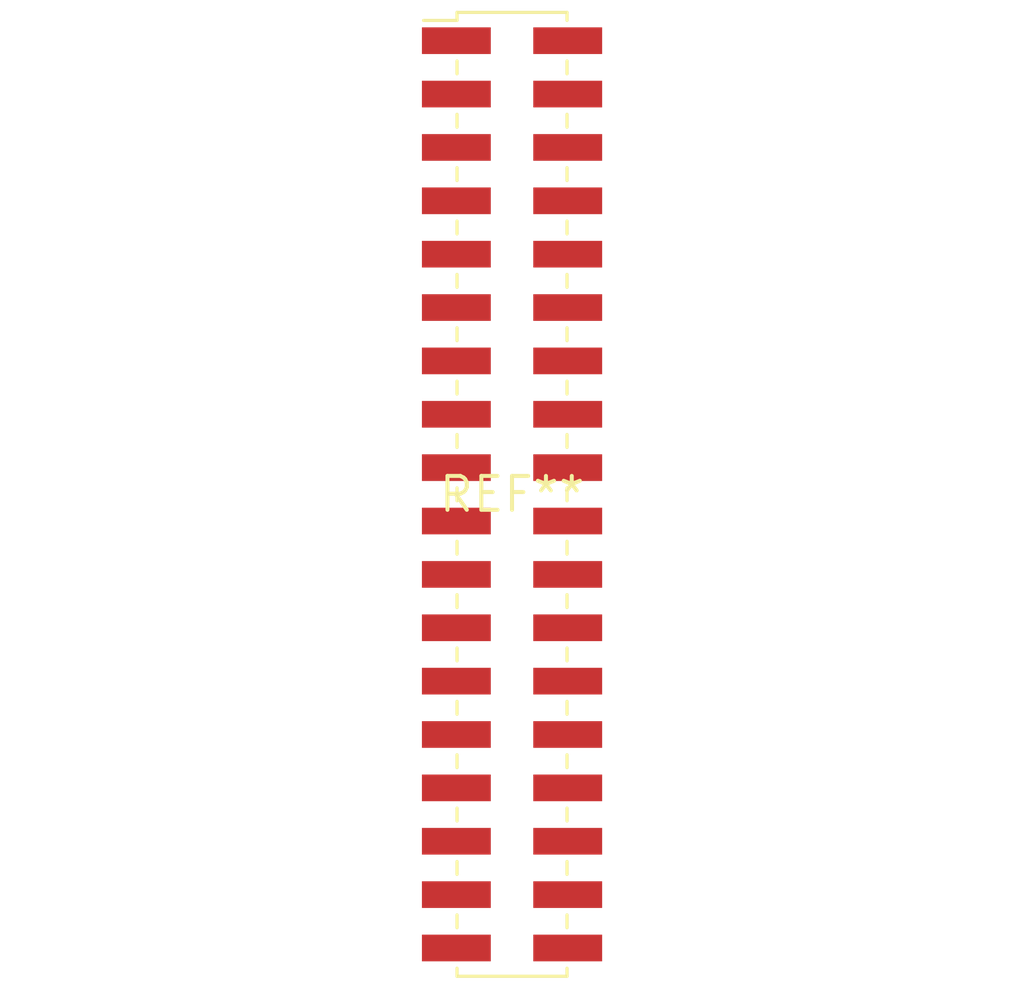
<source format=kicad_pcb>
(kicad_pcb (version 20240108) (generator pcbnew)
  (layers (0 "F.Cu" signal) (31 "B.Cu" signal) (34 "B.Paste" user) (35 "F.Paste" user) (36 "B.SilkS" user "B.Silkscreen") (37 "F.SilkS" user "F.Silkscreen") (38 "B.Mask" user) (39 "F.Mask" user) (44 "Edge.Cuts" user))
  (net 0 "")
  (footprint "PinHeader_2x18_P2.00mm_Vertical_SMD" (layer "F.Cu") (at 0 0)
    (property "Reference" "REF**")
    (property "Value" "PinHeader_2x18_P2.00mm_Vertical_SMD")
    (fp_line (start -3.315 -17.76) (end -2.06 -17.76) (layer "F.SilkS") (stroke (width 0.12)))
    (fp_line (start -2.06 -18.06) (end -2.06 -17.76) (layer "F.SilkS") (stroke (width 0.12)))
    (fp_line (start -2.06 -18.06) (end 2.06 -18.06) (layer "F.SilkS") (stroke (width 0.12)))
    (fp_line (start -2.06 -16.24) (end -2.06 -15.76) (layer "F.SilkS") (stroke (width 0.12)))
    (fp_line (start -2.06 -14.24) (end -2.06 -13.76) (layer "F.SilkS") (stroke (width 0.12)))
    (fp_line (start -2.06 -12.24) (end -2.06 -11.76) (layer "F.SilkS") (stroke (width 0.12)))
    (fp_line (start -2.06 -10.24) (end -2.06 -9.76) (layer "F.SilkS") (stroke (width 0.12)))
    (fp_line (start -2.06 -8.24) (end -2.06 -7.76) (layer "F.SilkS") (stroke (width 0.12)))
    (fp_line (start -2.06 -6.24) (end -2.06 -5.76) (layer "F.SilkS") (stroke (width 0.12)))
    (fp_line (start -2.06 -4.24) (end -2.06 -3.76) (layer "F.SilkS") (stroke (width 0.12)))
    (fp_line (start -2.06 -2.24) (end -2.06 -1.76) (layer "F.SilkS") (stroke (width 0.12)))
    (fp_line (start -2.06 -0.24) (end -2.06 0.24) (layer "F.SilkS") (stroke (width 0.12)))
    (fp_line (start -2.06 1.76) (end -2.06 2.24) (layer "F.SilkS") (stroke (width 0.12)))
    (fp_line (start -2.06 3.76) (end -2.06 4.24) (layer "F.SilkS") (stroke (width 0.12)))
    (fp_line (start -2.06 5.76) (end -2.06 6.24) (layer "F.SilkS") (stroke (width 0.12)))
    (fp_line (start -2.06 7.76) (end -2.06 8.24) (layer "F.SilkS") (stroke (width 0.12)))
    (fp_line (start -2.06 9.76) (end -2.06 10.24) (layer "F.SilkS") (stroke (width 0.12)))
    (fp_line (start -2.06 11.76) (end -2.06 12.24) (layer "F.SilkS") (stroke (width 0.12)))
    (fp_line (start -2.06 13.76) (end -2.06 14.24) (layer "F.SilkS") (stroke (width 0.12)))
    (fp_line (start -2.06 15.76) (end -2.06 16.24) (layer "F.SilkS") (stroke (width 0.12)))
    (fp_line (start -2.06 17.76) (end -2.06 18.06) (layer "F.SilkS") (stroke (width 0.12)))
    (fp_line (start -2.06 18.06) (end 2.06 18.06) (layer "F.SilkS") (stroke (width 0.12)))
    (fp_line (start 2.06 -18.06) (end 2.06 -17.76) (layer "F.SilkS") (stroke (width 0.12)))
    (fp_line (start 2.06 -16.24) (end 2.06 -15.76) (layer "F.SilkS") (stroke (width 0.12)))
    (fp_line (start 2.06 -14.24) (end 2.06 -13.76) (layer "F.SilkS") (stroke (width 0.12)))
    (fp_line (start 2.06 -12.24) (end 2.06 -11.76) (layer "F.SilkS") (stroke (width 0.12)))
    (fp_line (start 2.06 -10.24) (end 2.06 -9.76) (layer "F.SilkS") (stroke (width 0.12)))
    (fp_line (start 2.06 -8.24) (end 2.06 -7.76) (layer "F.SilkS") (stroke (width 0.12)))
    (fp_line (start 2.06 -6.24) (end 2.06 -5.76) (layer "F.SilkS") (stroke (width 0.12)))
    (fp_line (start 2.06 -4.24) (end 2.06 -3.76) (layer "F.SilkS") (stroke (width 0.12)))
    (fp_line (start 2.06 -2.24) (end 2.06 -1.76) (layer "F.SilkS") (stroke (width 0.12)))
    (fp_line (start 2.06 -0.24) (end 2.06 0.24) (layer "F.SilkS") (stroke (width 0.12)))
    (fp_line (start 2.06 1.76) (end 2.06 2.24) (layer "F.SilkS") (stroke (width 0.12)))
    (fp_line (start 2.06 3.76) (end 2.06 4.24) (layer "F.SilkS") (stroke (width 0.12)))
    (fp_line (start 2.06 5.76) (end 2.06 6.24) (layer "F.SilkS") (stroke (width 0.12)))
    (fp_line (start 2.06 7.76) (end 2.06 8.24) (layer "F.SilkS") (stroke (width 0.12)))
    (fp_line (start 2.06 9.76) (end 2.06 10.24) (layer "F.SilkS") (stroke (width 0.12)))
    (fp_line (start 2.06 11.76) (end 2.06 12.24) (layer "F.SilkS") (stroke (width 0.12)))
    (fp_line (start 2.06 13.76) (end 2.06 14.24) (layer "F.SilkS") (stroke (width 0.12)))
    (fp_line (start 2.06 15.76) (end 2.06 16.24) (layer "F.SilkS") (stroke (width 0.12)))
    (fp_line (start 2.06 17.76) (end 2.06 18.06) (layer "F.SilkS") (stroke (width 0.12)))
    (pad "1" smd rect (at -2.085 -17) (size 2.58 1) (layers "F.Cu" "F.Paste" "F.Mask"))
    (pad "2" smd rect (at 2.085 -17) (size 2.58 1) (layers "F.Cu" "F.Paste" "F.Mask"))
    (pad "3" smd rect (at -2.085 -15) (size 2.58 1) (layers "F.Cu" "F.Paste" "F.Mask"))
    (pad "4" smd rect (at 2.085 -15) (size 2.58 1) (layers "F.Cu" "F.Paste" "F.Mask"))
    (pad "5" smd rect (at -2.085 -13) (size 2.58 1) (layers "F.Cu" "F.Paste" "F.Mask"))
    (pad "6" smd rect (at 2.085 -13) (size 2.58 1) (layers "F.Cu" "F.Paste" "F.Mask"))
    (pad "7" smd rect (at -2.085 -11) (size 2.58 1) (layers "F.Cu" "F.Paste" "F.Mask"))
    (pad "8" smd rect (at 2.085 -11) (size 2.58 1) (layers "F.Cu" "F.Paste" "F.Mask"))
    (pad "9" smd rect (at -2.085 -9) (size 2.58 1) (layers "F.Cu" "F.Paste" "F.Mask"))
    (pad "10" smd rect (at 2.085 -9) (size 2.58 1) (layers "F.Cu" "F.Paste" "F.Mask"))
    (pad "11" smd rect (at -2.085 -7) (size 2.58 1) (layers "F.Cu" "F.Paste" "F.Mask"))
    (pad "12" smd rect (at 2.085 -7) (size 2.58 1) (layers "F.Cu" "F.Paste" "F.Mask"))
    (pad "13" smd rect (at -2.085 -5) (size 2.58 1) (layers "F.Cu" "F.Paste" "F.Mask"))
    (pad "14" smd rect (at 2.085 -5) (size 2.58 1) (layers "F.Cu" "F.Paste" "F.Mask"))
    (pad "15" smd rect (at -2.085 -3) (size 2.58 1) (layers "F.Cu" "F.Paste" "F.Mask"))
    (pad "16" smd rect (at 2.085 -3) (size 2.58 1) (layers "F.Cu" "F.Paste" "F.Mask"))
    (pad "17" smd rect (at -2.085 -1) (size 2.58 1) (layers "F.Cu" "F.Paste" "F.Mask"))
    (pad "18" smd rect (at 2.085 -1) (size 2.58 1) (layers "F.Cu" "F.Paste" "F.Mask"))
    (pad "19" smd rect (at -2.085 1) (size 2.58 1) (layers "F.Cu" "F.Paste" "F.Mask"))
    (pad "20" smd rect (at 2.085 1) (size 2.58 1) (layers "F.Cu" "F.Paste" "F.Mask"))
    (pad "21" smd rect (at -2.085 3) (size 2.58 1) (layers "F.Cu" "F.Paste" "F.Mask"))
    (pad "22" smd rect (at 2.085 3) (size 2.58 1) (layers "F.Cu" "F.Paste" "F.Mask"))
    (pad "23" smd rect (at -2.085 5) (size 2.58 1) (layers "F.Cu" "F.Paste" "F.Mask"))
    (pad "24" smd rect (at 2.085 5) (size 2.58 1) (layers "F.Cu" "F.Paste" "F.Mask"))
    (pad "25" smd rect (at -2.085 7) (size 2.58 1) (layers "F.Cu" "F.Paste" "F.Mask"))
    (pad "26" smd rect (at 2.085 7) (size 2.58 1) (layers "F.Cu" "F.Paste" "F.Mask"))
    (pad "27" smd rect (at -2.085 9) (size 2.58 1) (layers "F.Cu" "F.Paste" "F.Mask"))
    (pad "28" smd rect (at 2.085 9) (size 2.58 1) (layers "F.Cu" "F.Paste" "F.Mask"))
    (pad "29" smd rect (at -2.085 11) (size 2.58 1) (layers "F.Cu" "F.Paste" "F.Mask"))
    (pad "30" smd rect (at 2.085 11) (size 2.58 1) (layers "F.Cu" "F.Paste" "F.Mask"))
    (pad "31" smd rect (at -2.085 13) (size 2.58 1) (layers "F.Cu" "F.Paste" "F.Mask"))
    (pad "32" smd rect (at 2.085 13) (size 2.58 1) (layers "F.Cu" "F.Paste" "F.Mask"))
    (pad "33" smd rect (at -2.085 15) (size 2.58 1) (layers "F.Cu" "F.Paste" "F.Mask"))
    (pad "34" smd rect (at 2.085 15) (size 2.58 1) (layers "F.Cu" "F.Paste" "F.Mask"))
    (pad "35" smd rect (at -2.085 17) (size 2.58 1) (layers "F.Cu" "F.Paste" "F.Mask"))
    (pad "36" smd rect (at 2.085 17) (size 2.58 1) (layers "F.Cu" "F.Paste" "F.Mask"))
  )
)
</source>
